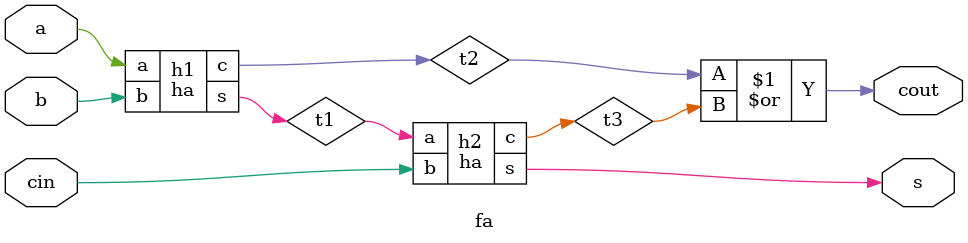
<source format=v>
`timescale 1ns / 1ps

module ha(input a,b,output s,c);
assign s=a^b;
assign c=a&b;
endmodule
//////////////////////HALF ADDER///////////////////

module fa(
    input a,
    input b,
    input cin,
    output s,
    output cout
    );
    
    ha h1(.a(a),.b(b),.s(t1),.c(t2));
    ha h2(.a(t1),.b(cin),.s(s),.c(t3));
    assign cout=t2|t3;
endmodule

</source>
